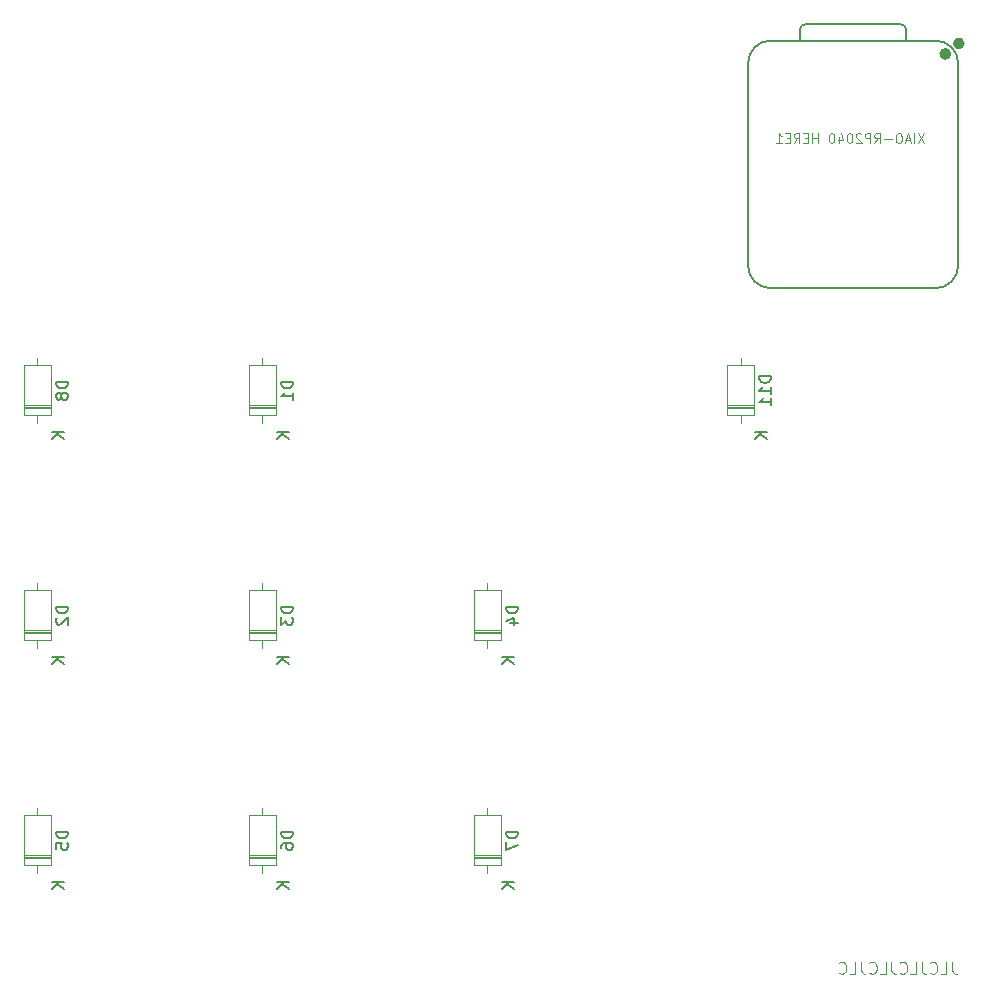
<source format=gbr>
%TF.GenerationSoftware,KiCad,Pcbnew,9.0.2*%
%TF.CreationDate,2025-06-30T15:24:12-07:00*%
%TF.ProjectId,hackpad,6861636b-7061-4642-9e6b-696361645f70,rev?*%
%TF.SameCoordinates,Original*%
%TF.FileFunction,Legend,Bot*%
%TF.FilePolarity,Positive*%
%FSLAX46Y46*%
G04 Gerber Fmt 4.6, Leading zero omitted, Abs format (unit mm)*
G04 Created by KiCad (PCBNEW 9.0.2) date 2025-06-30 15:24:12*
%MOMM*%
%LPD*%
G01*
G04 APERTURE LIST*
%ADD10C,0.100000*%
%ADD11C,0.150000*%
%ADD12C,0.101600*%
%ADD13C,0.120000*%
%ADD14C,0.127000*%
%ADD15C,0.504000*%
G04 APERTURE END LIST*
D10*
X144110401Y-145072419D02*
X144110401Y-145786704D01*
X144110401Y-145786704D02*
X144158020Y-145929561D01*
X144158020Y-145929561D02*
X144253258Y-146024800D01*
X144253258Y-146024800D02*
X144396115Y-146072419D01*
X144396115Y-146072419D02*
X144491353Y-146072419D01*
X143158020Y-146072419D02*
X143634210Y-146072419D01*
X143634210Y-146072419D02*
X143634210Y-145072419D01*
X142253258Y-145977180D02*
X142300877Y-146024800D01*
X142300877Y-146024800D02*
X142443734Y-146072419D01*
X142443734Y-146072419D02*
X142538972Y-146072419D01*
X142538972Y-146072419D02*
X142681829Y-146024800D01*
X142681829Y-146024800D02*
X142777067Y-145929561D01*
X142777067Y-145929561D02*
X142824686Y-145834323D01*
X142824686Y-145834323D02*
X142872305Y-145643847D01*
X142872305Y-145643847D02*
X142872305Y-145500990D01*
X142872305Y-145500990D02*
X142824686Y-145310514D01*
X142824686Y-145310514D02*
X142777067Y-145215276D01*
X142777067Y-145215276D02*
X142681829Y-145120038D01*
X142681829Y-145120038D02*
X142538972Y-145072419D01*
X142538972Y-145072419D02*
X142443734Y-145072419D01*
X142443734Y-145072419D02*
X142300877Y-145120038D01*
X142300877Y-145120038D02*
X142253258Y-145167657D01*
X141538972Y-145072419D02*
X141538972Y-145786704D01*
X141538972Y-145786704D02*
X141586591Y-145929561D01*
X141586591Y-145929561D02*
X141681829Y-146024800D01*
X141681829Y-146024800D02*
X141824686Y-146072419D01*
X141824686Y-146072419D02*
X141919924Y-146072419D01*
X140586591Y-146072419D02*
X141062781Y-146072419D01*
X141062781Y-146072419D02*
X141062781Y-145072419D01*
X139681829Y-145977180D02*
X139729448Y-146024800D01*
X139729448Y-146024800D02*
X139872305Y-146072419D01*
X139872305Y-146072419D02*
X139967543Y-146072419D01*
X139967543Y-146072419D02*
X140110400Y-146024800D01*
X140110400Y-146024800D02*
X140205638Y-145929561D01*
X140205638Y-145929561D02*
X140253257Y-145834323D01*
X140253257Y-145834323D02*
X140300876Y-145643847D01*
X140300876Y-145643847D02*
X140300876Y-145500990D01*
X140300876Y-145500990D02*
X140253257Y-145310514D01*
X140253257Y-145310514D02*
X140205638Y-145215276D01*
X140205638Y-145215276D02*
X140110400Y-145120038D01*
X140110400Y-145120038D02*
X139967543Y-145072419D01*
X139967543Y-145072419D02*
X139872305Y-145072419D01*
X139872305Y-145072419D02*
X139729448Y-145120038D01*
X139729448Y-145120038D02*
X139681829Y-145167657D01*
X138967543Y-145072419D02*
X138967543Y-145786704D01*
X138967543Y-145786704D02*
X139015162Y-145929561D01*
X139015162Y-145929561D02*
X139110400Y-146024800D01*
X139110400Y-146024800D02*
X139253257Y-146072419D01*
X139253257Y-146072419D02*
X139348495Y-146072419D01*
X138015162Y-146072419D02*
X138491352Y-146072419D01*
X138491352Y-146072419D02*
X138491352Y-145072419D01*
X137110400Y-145977180D02*
X137158019Y-146024800D01*
X137158019Y-146024800D02*
X137300876Y-146072419D01*
X137300876Y-146072419D02*
X137396114Y-146072419D01*
X137396114Y-146072419D02*
X137538971Y-146024800D01*
X137538971Y-146024800D02*
X137634209Y-145929561D01*
X137634209Y-145929561D02*
X137681828Y-145834323D01*
X137681828Y-145834323D02*
X137729447Y-145643847D01*
X137729447Y-145643847D02*
X137729447Y-145500990D01*
X137729447Y-145500990D02*
X137681828Y-145310514D01*
X137681828Y-145310514D02*
X137634209Y-145215276D01*
X137634209Y-145215276D02*
X137538971Y-145120038D01*
X137538971Y-145120038D02*
X137396114Y-145072419D01*
X137396114Y-145072419D02*
X137300876Y-145072419D01*
X137300876Y-145072419D02*
X137158019Y-145120038D01*
X137158019Y-145120038D02*
X137110400Y-145167657D01*
X136396114Y-145072419D02*
X136396114Y-145786704D01*
X136396114Y-145786704D02*
X136443733Y-145929561D01*
X136443733Y-145929561D02*
X136538971Y-146024800D01*
X136538971Y-146024800D02*
X136681828Y-146072419D01*
X136681828Y-146072419D02*
X136777066Y-146072419D01*
X135443733Y-146072419D02*
X135919923Y-146072419D01*
X135919923Y-146072419D02*
X135919923Y-145072419D01*
X134538971Y-145977180D02*
X134586590Y-146024800D01*
X134586590Y-146024800D02*
X134729447Y-146072419D01*
X134729447Y-146072419D02*
X134824685Y-146072419D01*
X134824685Y-146072419D02*
X134967542Y-146024800D01*
X134967542Y-146024800D02*
X135062780Y-145929561D01*
X135062780Y-145929561D02*
X135110399Y-145834323D01*
X135110399Y-145834323D02*
X135158018Y-145643847D01*
X135158018Y-145643847D02*
X135158018Y-145500990D01*
X135158018Y-145500990D02*
X135110399Y-145310514D01*
X135110399Y-145310514D02*
X135062780Y-145215276D01*
X135062780Y-145215276D02*
X134967542Y-145120038D01*
X134967542Y-145120038D02*
X134824685Y-145072419D01*
X134824685Y-145072419D02*
X134729447Y-145072419D01*
X134729447Y-145072419D02*
X134586590Y-145120038D01*
X134586590Y-145120038D02*
X134538971Y-145167657D01*
D11*
X88299819Y-114990655D02*
X87299819Y-114990655D01*
X87299819Y-114990655D02*
X87299819Y-115228750D01*
X87299819Y-115228750D02*
X87347438Y-115371607D01*
X87347438Y-115371607D02*
X87442676Y-115466845D01*
X87442676Y-115466845D02*
X87537914Y-115514464D01*
X87537914Y-115514464D02*
X87728390Y-115562083D01*
X87728390Y-115562083D02*
X87871247Y-115562083D01*
X87871247Y-115562083D02*
X88061723Y-115514464D01*
X88061723Y-115514464D02*
X88156961Y-115466845D01*
X88156961Y-115466845D02*
X88252200Y-115371607D01*
X88252200Y-115371607D02*
X88299819Y-115228750D01*
X88299819Y-115228750D02*
X88299819Y-114990655D01*
X87299819Y-115895417D02*
X87299819Y-116514464D01*
X87299819Y-116514464D02*
X87680771Y-116181131D01*
X87680771Y-116181131D02*
X87680771Y-116323988D01*
X87680771Y-116323988D02*
X87728390Y-116419226D01*
X87728390Y-116419226D02*
X87776009Y-116466845D01*
X87776009Y-116466845D02*
X87871247Y-116514464D01*
X87871247Y-116514464D02*
X88109342Y-116514464D01*
X88109342Y-116514464D02*
X88204580Y-116466845D01*
X88204580Y-116466845D02*
X88252200Y-116419226D01*
X88252200Y-116419226D02*
X88299819Y-116323988D01*
X88299819Y-116323988D02*
X88299819Y-116038274D01*
X88299819Y-116038274D02*
X88252200Y-115943036D01*
X88252200Y-115943036D02*
X88204580Y-115895417D01*
X87979819Y-119276845D02*
X86979819Y-119276845D01*
X87979819Y-119848273D02*
X87408390Y-119419702D01*
X86979819Y-119848273D02*
X87551247Y-119276845D01*
D12*
X141729167Y-74934811D02*
X141195833Y-75734811D01*
X141195833Y-74934811D02*
X141729167Y-75734811D01*
X140891071Y-75734811D02*
X140891071Y-74934811D01*
X140548215Y-75506239D02*
X140167262Y-75506239D01*
X140624405Y-75734811D02*
X140357738Y-74934811D01*
X140357738Y-74934811D02*
X140091072Y-75734811D01*
X139672024Y-74934811D02*
X139519643Y-74934811D01*
X139519643Y-74934811D02*
X139443453Y-74972906D01*
X139443453Y-74972906D02*
X139367262Y-75049096D01*
X139367262Y-75049096D02*
X139329167Y-75201477D01*
X139329167Y-75201477D02*
X139329167Y-75468144D01*
X139329167Y-75468144D02*
X139367262Y-75620525D01*
X139367262Y-75620525D02*
X139443453Y-75696716D01*
X139443453Y-75696716D02*
X139519643Y-75734811D01*
X139519643Y-75734811D02*
X139672024Y-75734811D01*
X139672024Y-75734811D02*
X139748215Y-75696716D01*
X139748215Y-75696716D02*
X139824405Y-75620525D01*
X139824405Y-75620525D02*
X139862501Y-75468144D01*
X139862501Y-75468144D02*
X139862501Y-75201477D01*
X139862501Y-75201477D02*
X139824405Y-75049096D01*
X139824405Y-75049096D02*
X139748215Y-74972906D01*
X139748215Y-74972906D02*
X139672024Y-74934811D01*
X138986310Y-75430049D02*
X138376787Y-75430049D01*
X137538691Y-75734811D02*
X137805358Y-75353858D01*
X137995834Y-75734811D02*
X137995834Y-74934811D01*
X137995834Y-74934811D02*
X137691072Y-74934811D01*
X137691072Y-74934811D02*
X137614882Y-74972906D01*
X137614882Y-74972906D02*
X137576787Y-75011001D01*
X137576787Y-75011001D02*
X137538691Y-75087192D01*
X137538691Y-75087192D02*
X137538691Y-75201477D01*
X137538691Y-75201477D02*
X137576787Y-75277668D01*
X137576787Y-75277668D02*
X137614882Y-75315763D01*
X137614882Y-75315763D02*
X137691072Y-75353858D01*
X137691072Y-75353858D02*
X137995834Y-75353858D01*
X137195834Y-75734811D02*
X137195834Y-74934811D01*
X137195834Y-74934811D02*
X136891072Y-74934811D01*
X136891072Y-74934811D02*
X136814882Y-74972906D01*
X136814882Y-74972906D02*
X136776787Y-75011001D01*
X136776787Y-75011001D02*
X136738691Y-75087192D01*
X136738691Y-75087192D02*
X136738691Y-75201477D01*
X136738691Y-75201477D02*
X136776787Y-75277668D01*
X136776787Y-75277668D02*
X136814882Y-75315763D01*
X136814882Y-75315763D02*
X136891072Y-75353858D01*
X136891072Y-75353858D02*
X137195834Y-75353858D01*
X136433930Y-75011001D02*
X136395834Y-74972906D01*
X136395834Y-74972906D02*
X136319644Y-74934811D01*
X136319644Y-74934811D02*
X136129168Y-74934811D01*
X136129168Y-74934811D02*
X136052977Y-74972906D01*
X136052977Y-74972906D02*
X136014882Y-75011001D01*
X136014882Y-75011001D02*
X135976787Y-75087192D01*
X135976787Y-75087192D02*
X135976787Y-75163382D01*
X135976787Y-75163382D02*
X136014882Y-75277668D01*
X136014882Y-75277668D02*
X136472025Y-75734811D01*
X136472025Y-75734811D02*
X135976787Y-75734811D01*
X135481548Y-74934811D02*
X135405358Y-74934811D01*
X135405358Y-74934811D02*
X135329167Y-74972906D01*
X135329167Y-74972906D02*
X135291072Y-75011001D01*
X135291072Y-75011001D02*
X135252977Y-75087192D01*
X135252977Y-75087192D02*
X135214882Y-75239573D01*
X135214882Y-75239573D02*
X135214882Y-75430049D01*
X135214882Y-75430049D02*
X135252977Y-75582430D01*
X135252977Y-75582430D02*
X135291072Y-75658620D01*
X135291072Y-75658620D02*
X135329167Y-75696716D01*
X135329167Y-75696716D02*
X135405358Y-75734811D01*
X135405358Y-75734811D02*
X135481548Y-75734811D01*
X135481548Y-75734811D02*
X135557739Y-75696716D01*
X135557739Y-75696716D02*
X135595834Y-75658620D01*
X135595834Y-75658620D02*
X135633929Y-75582430D01*
X135633929Y-75582430D02*
X135672025Y-75430049D01*
X135672025Y-75430049D02*
X135672025Y-75239573D01*
X135672025Y-75239573D02*
X135633929Y-75087192D01*
X135633929Y-75087192D02*
X135595834Y-75011001D01*
X135595834Y-75011001D02*
X135557739Y-74972906D01*
X135557739Y-74972906D02*
X135481548Y-74934811D01*
X134529167Y-75201477D02*
X134529167Y-75734811D01*
X134719643Y-74896716D02*
X134910120Y-75468144D01*
X134910120Y-75468144D02*
X134414881Y-75468144D01*
X133957738Y-74934811D02*
X133881548Y-74934811D01*
X133881548Y-74934811D02*
X133805357Y-74972906D01*
X133805357Y-74972906D02*
X133767262Y-75011001D01*
X133767262Y-75011001D02*
X133729167Y-75087192D01*
X133729167Y-75087192D02*
X133691072Y-75239573D01*
X133691072Y-75239573D02*
X133691072Y-75430049D01*
X133691072Y-75430049D02*
X133729167Y-75582430D01*
X133729167Y-75582430D02*
X133767262Y-75658620D01*
X133767262Y-75658620D02*
X133805357Y-75696716D01*
X133805357Y-75696716D02*
X133881548Y-75734811D01*
X133881548Y-75734811D02*
X133957738Y-75734811D01*
X133957738Y-75734811D02*
X134033929Y-75696716D01*
X134033929Y-75696716D02*
X134072024Y-75658620D01*
X134072024Y-75658620D02*
X134110119Y-75582430D01*
X134110119Y-75582430D02*
X134148215Y-75430049D01*
X134148215Y-75430049D02*
X134148215Y-75239573D01*
X134148215Y-75239573D02*
X134110119Y-75087192D01*
X134110119Y-75087192D02*
X134072024Y-75011001D01*
X134072024Y-75011001D02*
X134033929Y-74972906D01*
X134033929Y-74972906D02*
X133957738Y-74934811D01*
X132738690Y-75734811D02*
X132738690Y-74934811D01*
X132738690Y-75315763D02*
X132281547Y-75315763D01*
X132281547Y-75734811D02*
X132281547Y-74934811D01*
X131900595Y-75315763D02*
X131633929Y-75315763D01*
X131519643Y-75734811D02*
X131900595Y-75734811D01*
X131900595Y-75734811D02*
X131900595Y-74934811D01*
X131900595Y-74934811D02*
X131519643Y-74934811D01*
X130719642Y-75734811D02*
X130986309Y-75353858D01*
X131176785Y-75734811D02*
X131176785Y-74934811D01*
X131176785Y-74934811D02*
X130872023Y-74934811D01*
X130872023Y-74934811D02*
X130795833Y-74972906D01*
X130795833Y-74972906D02*
X130757738Y-75011001D01*
X130757738Y-75011001D02*
X130719642Y-75087192D01*
X130719642Y-75087192D02*
X130719642Y-75201477D01*
X130719642Y-75201477D02*
X130757738Y-75277668D01*
X130757738Y-75277668D02*
X130795833Y-75315763D01*
X130795833Y-75315763D02*
X130872023Y-75353858D01*
X130872023Y-75353858D02*
X131176785Y-75353858D01*
X130376785Y-75315763D02*
X130110119Y-75315763D01*
X129995833Y-75734811D02*
X130376785Y-75734811D01*
X130376785Y-75734811D02*
X130376785Y-74934811D01*
X130376785Y-74934811D02*
X129995833Y-74934811D01*
X129233928Y-75734811D02*
X129691071Y-75734811D01*
X129462499Y-75734811D02*
X129462499Y-74934811D01*
X129462499Y-74934811D02*
X129538690Y-75049096D01*
X129538690Y-75049096D02*
X129614880Y-75125287D01*
X129614880Y-75125287D02*
X129691071Y-75163382D01*
D11*
X88299819Y-134040655D02*
X87299819Y-134040655D01*
X87299819Y-134040655D02*
X87299819Y-134278750D01*
X87299819Y-134278750D02*
X87347438Y-134421607D01*
X87347438Y-134421607D02*
X87442676Y-134516845D01*
X87442676Y-134516845D02*
X87537914Y-134564464D01*
X87537914Y-134564464D02*
X87728390Y-134612083D01*
X87728390Y-134612083D02*
X87871247Y-134612083D01*
X87871247Y-134612083D02*
X88061723Y-134564464D01*
X88061723Y-134564464D02*
X88156961Y-134516845D01*
X88156961Y-134516845D02*
X88252200Y-134421607D01*
X88252200Y-134421607D02*
X88299819Y-134278750D01*
X88299819Y-134278750D02*
X88299819Y-134040655D01*
X87299819Y-135469226D02*
X87299819Y-135278750D01*
X87299819Y-135278750D02*
X87347438Y-135183512D01*
X87347438Y-135183512D02*
X87395057Y-135135893D01*
X87395057Y-135135893D02*
X87537914Y-135040655D01*
X87537914Y-135040655D02*
X87728390Y-134993036D01*
X87728390Y-134993036D02*
X88109342Y-134993036D01*
X88109342Y-134993036D02*
X88204580Y-135040655D01*
X88204580Y-135040655D02*
X88252200Y-135088274D01*
X88252200Y-135088274D02*
X88299819Y-135183512D01*
X88299819Y-135183512D02*
X88299819Y-135373988D01*
X88299819Y-135373988D02*
X88252200Y-135469226D01*
X88252200Y-135469226D02*
X88204580Y-135516845D01*
X88204580Y-135516845D02*
X88109342Y-135564464D01*
X88109342Y-135564464D02*
X87871247Y-135564464D01*
X87871247Y-135564464D02*
X87776009Y-135516845D01*
X87776009Y-135516845D02*
X87728390Y-135469226D01*
X87728390Y-135469226D02*
X87680771Y-135373988D01*
X87680771Y-135373988D02*
X87680771Y-135183512D01*
X87680771Y-135183512D02*
X87728390Y-135088274D01*
X87728390Y-135088274D02*
X87776009Y-135040655D01*
X87776009Y-135040655D02*
X87871247Y-134993036D01*
X87979819Y-138326845D02*
X86979819Y-138326845D01*
X87979819Y-138898273D02*
X87408390Y-138469702D01*
X86979819Y-138898273D02*
X87551247Y-138326845D01*
X69249819Y-95940655D02*
X68249819Y-95940655D01*
X68249819Y-95940655D02*
X68249819Y-96178750D01*
X68249819Y-96178750D02*
X68297438Y-96321607D01*
X68297438Y-96321607D02*
X68392676Y-96416845D01*
X68392676Y-96416845D02*
X68487914Y-96464464D01*
X68487914Y-96464464D02*
X68678390Y-96512083D01*
X68678390Y-96512083D02*
X68821247Y-96512083D01*
X68821247Y-96512083D02*
X69011723Y-96464464D01*
X69011723Y-96464464D02*
X69106961Y-96416845D01*
X69106961Y-96416845D02*
X69202200Y-96321607D01*
X69202200Y-96321607D02*
X69249819Y-96178750D01*
X69249819Y-96178750D02*
X69249819Y-95940655D01*
X68678390Y-97083512D02*
X68630771Y-96988274D01*
X68630771Y-96988274D02*
X68583152Y-96940655D01*
X68583152Y-96940655D02*
X68487914Y-96893036D01*
X68487914Y-96893036D02*
X68440295Y-96893036D01*
X68440295Y-96893036D02*
X68345057Y-96940655D01*
X68345057Y-96940655D02*
X68297438Y-96988274D01*
X68297438Y-96988274D02*
X68249819Y-97083512D01*
X68249819Y-97083512D02*
X68249819Y-97273988D01*
X68249819Y-97273988D02*
X68297438Y-97369226D01*
X68297438Y-97369226D02*
X68345057Y-97416845D01*
X68345057Y-97416845D02*
X68440295Y-97464464D01*
X68440295Y-97464464D02*
X68487914Y-97464464D01*
X68487914Y-97464464D02*
X68583152Y-97416845D01*
X68583152Y-97416845D02*
X68630771Y-97369226D01*
X68630771Y-97369226D02*
X68678390Y-97273988D01*
X68678390Y-97273988D02*
X68678390Y-97083512D01*
X68678390Y-97083512D02*
X68726009Y-96988274D01*
X68726009Y-96988274D02*
X68773628Y-96940655D01*
X68773628Y-96940655D02*
X68868866Y-96893036D01*
X68868866Y-96893036D02*
X69059342Y-96893036D01*
X69059342Y-96893036D02*
X69154580Y-96940655D01*
X69154580Y-96940655D02*
X69202200Y-96988274D01*
X69202200Y-96988274D02*
X69249819Y-97083512D01*
X69249819Y-97083512D02*
X69249819Y-97273988D01*
X69249819Y-97273988D02*
X69202200Y-97369226D01*
X69202200Y-97369226D02*
X69154580Y-97416845D01*
X69154580Y-97416845D02*
X69059342Y-97464464D01*
X69059342Y-97464464D02*
X68868866Y-97464464D01*
X68868866Y-97464464D02*
X68773628Y-97416845D01*
X68773628Y-97416845D02*
X68726009Y-97369226D01*
X68726009Y-97369226D02*
X68678390Y-97273988D01*
X68929819Y-100226845D02*
X67929819Y-100226845D01*
X68929819Y-100798273D02*
X68358390Y-100369702D01*
X67929819Y-100798273D02*
X68501247Y-100226845D01*
X69249819Y-114990655D02*
X68249819Y-114990655D01*
X68249819Y-114990655D02*
X68249819Y-115228750D01*
X68249819Y-115228750D02*
X68297438Y-115371607D01*
X68297438Y-115371607D02*
X68392676Y-115466845D01*
X68392676Y-115466845D02*
X68487914Y-115514464D01*
X68487914Y-115514464D02*
X68678390Y-115562083D01*
X68678390Y-115562083D02*
X68821247Y-115562083D01*
X68821247Y-115562083D02*
X69011723Y-115514464D01*
X69011723Y-115514464D02*
X69106961Y-115466845D01*
X69106961Y-115466845D02*
X69202200Y-115371607D01*
X69202200Y-115371607D02*
X69249819Y-115228750D01*
X69249819Y-115228750D02*
X69249819Y-114990655D01*
X68345057Y-115943036D02*
X68297438Y-115990655D01*
X68297438Y-115990655D02*
X68249819Y-116085893D01*
X68249819Y-116085893D02*
X68249819Y-116323988D01*
X68249819Y-116323988D02*
X68297438Y-116419226D01*
X68297438Y-116419226D02*
X68345057Y-116466845D01*
X68345057Y-116466845D02*
X68440295Y-116514464D01*
X68440295Y-116514464D02*
X68535533Y-116514464D01*
X68535533Y-116514464D02*
X68678390Y-116466845D01*
X68678390Y-116466845D02*
X69249819Y-115895417D01*
X69249819Y-115895417D02*
X69249819Y-116514464D01*
X68929819Y-119276845D02*
X67929819Y-119276845D01*
X68929819Y-119848273D02*
X68358390Y-119419702D01*
X67929819Y-119848273D02*
X68501247Y-119276845D01*
X128781069Y-95464464D02*
X127781069Y-95464464D01*
X127781069Y-95464464D02*
X127781069Y-95702559D01*
X127781069Y-95702559D02*
X127828688Y-95845416D01*
X127828688Y-95845416D02*
X127923926Y-95940654D01*
X127923926Y-95940654D02*
X128019164Y-95988273D01*
X128019164Y-95988273D02*
X128209640Y-96035892D01*
X128209640Y-96035892D02*
X128352497Y-96035892D01*
X128352497Y-96035892D02*
X128542973Y-95988273D01*
X128542973Y-95988273D02*
X128638211Y-95940654D01*
X128638211Y-95940654D02*
X128733450Y-95845416D01*
X128733450Y-95845416D02*
X128781069Y-95702559D01*
X128781069Y-95702559D02*
X128781069Y-95464464D01*
X128781069Y-96988273D02*
X128781069Y-96416845D01*
X128781069Y-96702559D02*
X127781069Y-96702559D01*
X127781069Y-96702559D02*
X127923926Y-96607321D01*
X127923926Y-96607321D02*
X128019164Y-96512083D01*
X128019164Y-96512083D02*
X128066783Y-96416845D01*
X128781069Y-97940654D02*
X128781069Y-97369226D01*
X128781069Y-97654940D02*
X127781069Y-97654940D01*
X127781069Y-97654940D02*
X127923926Y-97559702D01*
X127923926Y-97559702D02*
X128019164Y-97464464D01*
X128019164Y-97464464D02*
X128066783Y-97369226D01*
X128461069Y-100226845D02*
X127461069Y-100226845D01*
X128461069Y-100798273D02*
X127889640Y-100369702D01*
X127461069Y-100798273D02*
X128032497Y-100226845D01*
X107349819Y-134040655D02*
X106349819Y-134040655D01*
X106349819Y-134040655D02*
X106349819Y-134278750D01*
X106349819Y-134278750D02*
X106397438Y-134421607D01*
X106397438Y-134421607D02*
X106492676Y-134516845D01*
X106492676Y-134516845D02*
X106587914Y-134564464D01*
X106587914Y-134564464D02*
X106778390Y-134612083D01*
X106778390Y-134612083D02*
X106921247Y-134612083D01*
X106921247Y-134612083D02*
X107111723Y-134564464D01*
X107111723Y-134564464D02*
X107206961Y-134516845D01*
X107206961Y-134516845D02*
X107302200Y-134421607D01*
X107302200Y-134421607D02*
X107349819Y-134278750D01*
X107349819Y-134278750D02*
X107349819Y-134040655D01*
X106349819Y-134945417D02*
X106349819Y-135612083D01*
X106349819Y-135612083D02*
X107349819Y-135183512D01*
X107029819Y-138326845D02*
X106029819Y-138326845D01*
X107029819Y-138898273D02*
X106458390Y-138469702D01*
X106029819Y-138898273D02*
X106601247Y-138326845D01*
X69249819Y-134040655D02*
X68249819Y-134040655D01*
X68249819Y-134040655D02*
X68249819Y-134278750D01*
X68249819Y-134278750D02*
X68297438Y-134421607D01*
X68297438Y-134421607D02*
X68392676Y-134516845D01*
X68392676Y-134516845D02*
X68487914Y-134564464D01*
X68487914Y-134564464D02*
X68678390Y-134612083D01*
X68678390Y-134612083D02*
X68821247Y-134612083D01*
X68821247Y-134612083D02*
X69011723Y-134564464D01*
X69011723Y-134564464D02*
X69106961Y-134516845D01*
X69106961Y-134516845D02*
X69202200Y-134421607D01*
X69202200Y-134421607D02*
X69249819Y-134278750D01*
X69249819Y-134278750D02*
X69249819Y-134040655D01*
X68249819Y-135516845D02*
X68249819Y-135040655D01*
X68249819Y-135040655D02*
X68726009Y-134993036D01*
X68726009Y-134993036D02*
X68678390Y-135040655D01*
X68678390Y-135040655D02*
X68630771Y-135135893D01*
X68630771Y-135135893D02*
X68630771Y-135373988D01*
X68630771Y-135373988D02*
X68678390Y-135469226D01*
X68678390Y-135469226D02*
X68726009Y-135516845D01*
X68726009Y-135516845D02*
X68821247Y-135564464D01*
X68821247Y-135564464D02*
X69059342Y-135564464D01*
X69059342Y-135564464D02*
X69154580Y-135516845D01*
X69154580Y-135516845D02*
X69202200Y-135469226D01*
X69202200Y-135469226D02*
X69249819Y-135373988D01*
X69249819Y-135373988D02*
X69249819Y-135135893D01*
X69249819Y-135135893D02*
X69202200Y-135040655D01*
X69202200Y-135040655D02*
X69154580Y-134993036D01*
X68929819Y-138326845D02*
X67929819Y-138326845D01*
X68929819Y-138898273D02*
X68358390Y-138469702D01*
X67929819Y-138898273D02*
X68501247Y-138326845D01*
X107349819Y-114990655D02*
X106349819Y-114990655D01*
X106349819Y-114990655D02*
X106349819Y-115228750D01*
X106349819Y-115228750D02*
X106397438Y-115371607D01*
X106397438Y-115371607D02*
X106492676Y-115466845D01*
X106492676Y-115466845D02*
X106587914Y-115514464D01*
X106587914Y-115514464D02*
X106778390Y-115562083D01*
X106778390Y-115562083D02*
X106921247Y-115562083D01*
X106921247Y-115562083D02*
X107111723Y-115514464D01*
X107111723Y-115514464D02*
X107206961Y-115466845D01*
X107206961Y-115466845D02*
X107302200Y-115371607D01*
X107302200Y-115371607D02*
X107349819Y-115228750D01*
X107349819Y-115228750D02*
X107349819Y-114990655D01*
X106683152Y-116419226D02*
X107349819Y-116419226D01*
X106302200Y-116181131D02*
X107016485Y-115943036D01*
X107016485Y-115943036D02*
X107016485Y-116562083D01*
X107029819Y-119276845D02*
X106029819Y-119276845D01*
X107029819Y-119848273D02*
X106458390Y-119419702D01*
X106029819Y-119848273D02*
X106601247Y-119276845D01*
X88299819Y-95940655D02*
X87299819Y-95940655D01*
X87299819Y-95940655D02*
X87299819Y-96178750D01*
X87299819Y-96178750D02*
X87347438Y-96321607D01*
X87347438Y-96321607D02*
X87442676Y-96416845D01*
X87442676Y-96416845D02*
X87537914Y-96464464D01*
X87537914Y-96464464D02*
X87728390Y-96512083D01*
X87728390Y-96512083D02*
X87871247Y-96512083D01*
X87871247Y-96512083D02*
X88061723Y-96464464D01*
X88061723Y-96464464D02*
X88156961Y-96416845D01*
X88156961Y-96416845D02*
X88252200Y-96321607D01*
X88252200Y-96321607D02*
X88299819Y-96178750D01*
X88299819Y-96178750D02*
X88299819Y-95940655D01*
X88299819Y-97464464D02*
X88299819Y-96893036D01*
X88299819Y-97178750D02*
X87299819Y-97178750D01*
X87299819Y-97178750D02*
X87442676Y-97083512D01*
X87442676Y-97083512D02*
X87537914Y-96988274D01*
X87537914Y-96988274D02*
X87585533Y-96893036D01*
X87979819Y-100226845D02*
X86979819Y-100226845D01*
X87979819Y-100798273D02*
X87408390Y-100369702D01*
X86979819Y-100798273D02*
X87551247Y-100226845D01*
D13*
%TO.C,D3*%
X85725000Y-112958750D02*
X85725000Y-113608750D01*
X85725000Y-118498750D02*
X85725000Y-117848750D01*
X86845000Y-117008750D02*
X84605000Y-117008750D01*
X86845000Y-117128750D02*
X84605000Y-117128750D01*
X86845000Y-117248750D02*
X84605000Y-117248750D01*
X86845000Y-117848750D02*
X84605000Y-117848750D01*
X84605000Y-113608750D01*
X86845000Y-113608750D01*
X86845000Y-117848750D01*
D14*
%TO.C,XIAO-RP2040 HERE1*%
X126841250Y-86129000D02*
X126841250Y-68984000D01*
D10*
X128746250Y-67079000D02*
X142716250Y-67079000D01*
D14*
X128746250Y-67079000D02*
X142716250Y-67079000D01*
X131227250Y-66169000D02*
X131227250Y-67079000D01*
X139722522Y-65669000D02*
X131727250Y-65669000D01*
X140226250Y-67079000D02*
X140222522Y-66168728D01*
X142716250Y-88034000D02*
X128746250Y-88034000D01*
X144621250Y-86129000D02*
X144621250Y-68984000D01*
X126841250Y-68984000D02*
G75*
G02*
X128746250Y-67079000I1905000J0D01*
G01*
X128746250Y-88034000D02*
G75*
G02*
X126841250Y-86129000I0J1905000D01*
G01*
X131227250Y-66169000D02*
G75*
G02*
X131727250Y-65669000I500000J0D01*
G01*
X139722522Y-65669000D02*
G75*
G02*
X140222523Y-66168728I-18J-500019D01*
G01*
X142716250Y-67079000D02*
G75*
G02*
X144621250Y-68984000I-1J-1905001D01*
G01*
X144621250Y-86129000D02*
G75*
G02*
X142716250Y-88034000I-1905001J1D01*
G01*
D15*
X143790250Y-68200000D02*
G75*
G02*
X143286250Y-68200000I-252000J0D01*
G01*
X143286250Y-68200000D02*
G75*
G02*
X143790250Y-68200000I252000J0D01*
G01*
X144933250Y-67320000D02*
G75*
G02*
X144429250Y-67320000I-252000J0D01*
G01*
X144429250Y-67320000D02*
G75*
G02*
X144933250Y-67320000I252000J0D01*
G01*
D13*
%TO.C,D6*%
X85725000Y-132008750D02*
X85725000Y-132658750D01*
X85725000Y-137548750D02*
X85725000Y-136898750D01*
X86845000Y-136058750D02*
X84605000Y-136058750D01*
X86845000Y-136178750D02*
X84605000Y-136178750D01*
X86845000Y-136298750D02*
X84605000Y-136298750D01*
X86845000Y-136898750D02*
X84605000Y-136898750D01*
X84605000Y-132658750D01*
X86845000Y-132658750D01*
X86845000Y-136898750D01*
%TO.C,D8*%
X66675000Y-93908750D02*
X66675000Y-94558750D01*
X66675000Y-99448750D02*
X66675000Y-98798750D01*
X67795000Y-97958750D02*
X65555000Y-97958750D01*
X67795000Y-98078750D02*
X65555000Y-98078750D01*
X67795000Y-98198750D02*
X65555000Y-98198750D01*
X67795000Y-98798750D02*
X65555000Y-98798750D01*
X65555000Y-94558750D01*
X67795000Y-94558750D01*
X67795000Y-98798750D01*
%TO.C,D2*%
X66675000Y-112958750D02*
X66675000Y-113608750D01*
X66675000Y-118498750D02*
X66675000Y-117848750D01*
X67795000Y-117008750D02*
X65555000Y-117008750D01*
X67795000Y-117128750D02*
X65555000Y-117128750D01*
X67795000Y-117248750D02*
X65555000Y-117248750D01*
X67795000Y-117848750D02*
X65555000Y-117848750D01*
X65555000Y-113608750D01*
X67795000Y-113608750D01*
X67795000Y-117848750D01*
%TO.C,D11*%
X126206250Y-93908750D02*
X126206250Y-94558750D01*
X126206250Y-99448750D02*
X126206250Y-98798750D01*
X127326250Y-97958750D02*
X125086250Y-97958750D01*
X127326250Y-98078750D02*
X125086250Y-98078750D01*
X127326250Y-98198750D02*
X125086250Y-98198750D01*
X127326250Y-98798750D02*
X125086250Y-98798750D01*
X125086250Y-94558750D01*
X127326250Y-94558750D01*
X127326250Y-98798750D01*
%TO.C,D7*%
X104775000Y-132008750D02*
X104775000Y-132658750D01*
X104775000Y-137548750D02*
X104775000Y-136898750D01*
X105895000Y-136058750D02*
X103655000Y-136058750D01*
X105895000Y-136178750D02*
X103655000Y-136178750D01*
X105895000Y-136298750D02*
X103655000Y-136298750D01*
X105895000Y-136898750D02*
X103655000Y-136898750D01*
X103655000Y-132658750D01*
X105895000Y-132658750D01*
X105895000Y-136898750D01*
%TO.C,D5*%
X66675000Y-132008750D02*
X66675000Y-132658750D01*
X66675000Y-137548750D02*
X66675000Y-136898750D01*
X67795000Y-136058750D02*
X65555000Y-136058750D01*
X67795000Y-136178750D02*
X65555000Y-136178750D01*
X67795000Y-136298750D02*
X65555000Y-136298750D01*
X67795000Y-136898750D02*
X65555000Y-136898750D01*
X65555000Y-132658750D01*
X67795000Y-132658750D01*
X67795000Y-136898750D01*
%TO.C,D4*%
X104775000Y-112958750D02*
X104775000Y-113608750D01*
X104775000Y-118498750D02*
X104775000Y-117848750D01*
X105895000Y-117008750D02*
X103655000Y-117008750D01*
X105895000Y-117128750D02*
X103655000Y-117128750D01*
X105895000Y-117248750D02*
X103655000Y-117248750D01*
X105895000Y-117848750D02*
X103655000Y-117848750D01*
X103655000Y-113608750D01*
X105895000Y-113608750D01*
X105895000Y-117848750D01*
%TO.C,D1*%
X85725000Y-93908750D02*
X85725000Y-94558750D01*
X85725000Y-99448750D02*
X85725000Y-98798750D01*
X86845000Y-97958750D02*
X84605000Y-97958750D01*
X86845000Y-98078750D02*
X84605000Y-98078750D01*
X86845000Y-98198750D02*
X84605000Y-98198750D01*
X86845000Y-98798750D02*
X84605000Y-98798750D01*
X84605000Y-94558750D01*
X86845000Y-94558750D01*
X86845000Y-98798750D01*
%TD*%
M02*

</source>
